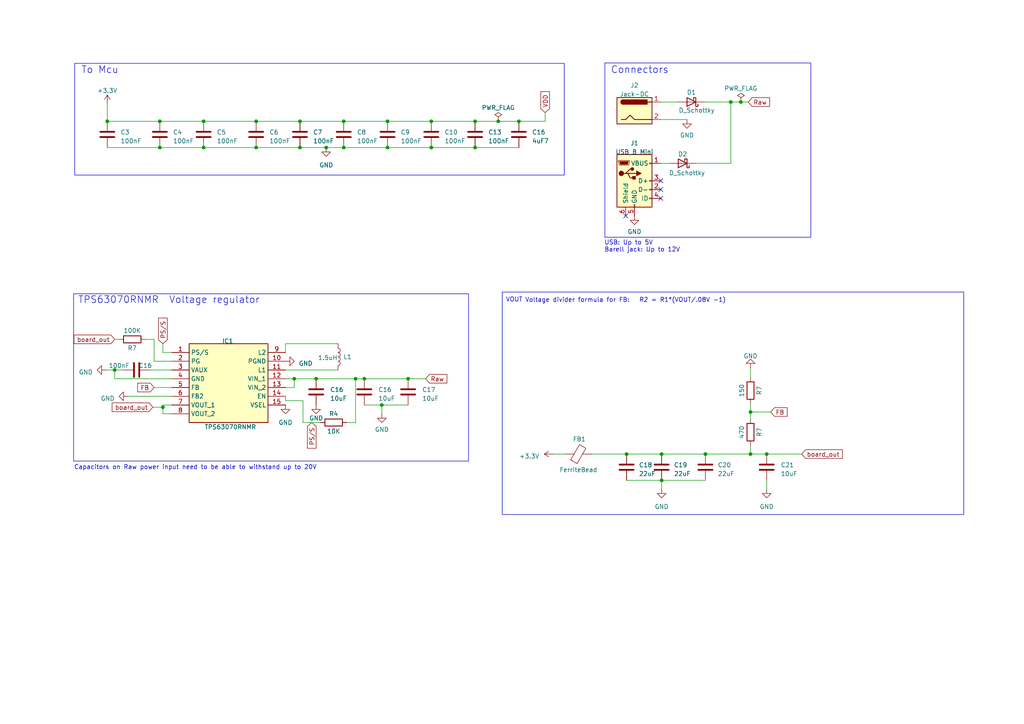
<source format=kicad_sch>
(kicad_sch (version 20230121) (generator eeschema)
  (paper "A4")
  (lib_symbols
    (symbol "Connector:Jack-DC" (pin_names (offset 1.016))
      (property "Reference" "J2" (at 0 7.366 0))
      (property "Value" "Jack-DC" (at 0 4.826 0))
      (symbol "Jack-DC_0_1"
        (rectangle (start -5.08 3.81) (end 5.08 -3.81) (stroke (width 0.254)) (fill (type background)))
        (arc (start -3.302 3.175) (mid -3.9343 2.54) (end -3.302 1.905) (stroke (width 0.254)))
        (arc (start -3.302 3.175) (mid -3.9343 2.54) (end -3.302 1.905) (stroke (width 0.254)) (fill (type outline)))
        (rectangle (start -3.302 3.175) (end 3.683 1.905) (stroke (width 0.254)) (fill (type outline)))
        (polyline (pts (xy 5.08 2.54) (xy 3.81 2.54)) (stroke (width 0.254)))
        (polyline (pts (xy -3.81 -2.54) (xy -2.54 -2.54) (xy -1.27 -1.27) (xy 0 -2.54) (xy 2.54 -2.54) (xy 5.08 -2.54)) (stroke (width 0.254)))
      )
      (symbol "Jack-DC_1_1"
        (pin power_out line (at 7.62 2.54 180) (length 2.54) (name "~") (number "1"))
        (pin passive line (at 7.62 -2.54 180) (length 2.54) (name "~") (number "2"))
      )
    )
    (symbol "Connector:USB_B_Mini" (pin_names (offset 1.016))
      (property "Reference" "J" (at -5.08 11.43 0))
      (property "Value" "USB_B_Mini" (at -5.08 8.89 0))
      (symbol "USB_B_Mini_0_1"
        (rectangle (start -5.08 -7.62) (end 5.08 7.62) (stroke (width 0.254)) (fill (type background)))
        (circle (center -3.81 2.159) (radius 0.635) (stroke (width 0.254)) (fill (type outline)))
        (circle (center -0.635 3.429) (radius 0.381) (stroke (width 0.254)) (fill (type outline)))
        (rectangle (start -0.127 -7.62) (end 0.127 -6.858))
        (polyline (pts (xy -1.905 2.159) (xy 0.635 2.159)) (stroke (width 0.254)))
        (polyline (pts (xy -3.175 2.159) (xy -2.54 2.159) (xy -1.27 3.429) (xy -0.635 3.429)) (stroke (width 0.254)))
        (polyline (pts (xy -2.54 2.159) (xy -1.905 2.159) (xy -1.27 0.889) (xy 0 0.889)) (stroke (width 0.254)))
        (polyline (pts (xy 0.635 2.794) (xy 0.635 1.524) (xy 1.905 2.159) (xy 0.635 2.794)) (stroke (width 0.254)) (fill (type outline)))
        (polyline (pts (xy -4.318 5.588) (xy -1.778 5.588) (xy -2.032 4.826) (xy -4.064 4.826) (xy -4.318 5.588)) (fill (type outline)))
        (polyline (pts (xy -4.699 5.842) (xy -4.699 5.588) (xy -4.445 4.826) (xy -4.445 4.572) (xy -1.651 4.572) (xy -1.651 4.826) (xy -1.397 5.588) (xy -1.397 5.842) (xy -4.699 5.842)))
        (rectangle (start 0.254 1.27) (end -0.508 0.508) (stroke (width 0.254)) (fill (type outline)))
        (rectangle (start 5.08 -5.207) (end 4.318 -4.953))
        (rectangle (start 5.08 -2.667) (end 4.318 -2.413))
        (rectangle (start 5.08 -0.127) (end 4.318 0.127))
        (rectangle (start 5.08 4.953) (end 4.318 5.207))
      )
      (symbol "USB_B_Mini_1_1"
        (pin power_out line (at 7.62 5.08 180) (length 2.54) (name "VBUS") (number "1"))
        (pin bidirectional line (at 7.62 -2.54 180) (length 2.54) (name "D-") (number "2"))
        (pin bidirectional line (at 7.62 0 180) (length 2.54) (name "D+") (number "3"))
        (pin passive line (at 7.62 -5.08 180) (length 2.54) (name "ID") (number "4"))
        (pin power_out line (at 0 -10.16 90) (length 2.54) (name "GND") (number "5"))
        (pin passive line (at -2.54 -10.16 90) (length 2.54) (name "Shield") (number "6"))
      )
    )
    (symbol "Device:C" (pin_numbers hide) (pin_names (offset 0.254))
      (property "Reference" "C" (at 0.635 2.54 0))
      (property "Value" "C" (at 0.635 -2.54 0))
      (symbol "C_0_1"
        (polyline (pts (xy -2.032 -0.762) (xy 2.032 -0.762)) (stroke (width 0.508)))
        (polyline (pts (xy -2.032 0.762) (xy 2.032 0.762)) (stroke (width 0.508)))
      )
      (symbol "C_1_1"
        (pin passive line (at 0 3.81 270) (length 2.794) (name "~") (number "1"))
        (pin passive line (at 0 -3.81 90) (length 2.794) (name "~") (number "2"))
      )
    )
    (symbol "Device:D_Schottky" (pin_numbers hide) (pin_names (offset 1.016) hide)
      (property "Reference" "D" (at 0 2.54 0))
      (property "Value" "D_Schottky" (at 0 -2.54 0))
      (symbol "D_Schottky_0_1"
        (polyline (pts (xy 1.27 0) (xy -1.27 0)))
        (polyline (pts (xy 1.27 1.27) (xy 1.27 -1.27) (xy -1.27 0) (xy 1.27 1.27)) (stroke (width 0.254)))
        (polyline (pts (xy -1.905 0.635) (xy -1.905 1.27) (xy -1.27 1.27) (xy -1.27 -1.27) (xy -0.635 -1.27) (xy -0.635 -0.635)) (stroke (width 0.254)))
      )
      (symbol "D_Schottky_1_1"
        (pin passive line (at -3.81 0 0) (length 2.54) (name "K") (number "1"))
        (pin passive line (at 3.81 0 180) (length 2.54) (name "A") (number "2"))
      )
    )
    (symbol "Device:FerriteBead" (pin_numbers hide) (pin_names (offset 0))
      (property "Reference" "FB" (at -3.81 0.635 90))
      (property "Value" "FerriteBead" (at 3.81 0 90))
      (symbol "FerriteBead_0_1"
        (polyline (pts (xy 0 -1.27) (xy 0 -1.2192)))
        (polyline (pts (xy 0 1.27) (xy 0 1.2954)))
        (polyline (pts (xy -2.7686 0.4064) (xy -1.7018 2.2606) (xy 2.7686 -0.3048) (xy 1.6764 -2.159) (xy -2.7686 0.4064)))
      )
      (symbol "FerriteBead_1_1"
        (pin passive line (at 0 3.81 270) (length 2.54) (name "~") (number "1"))
        (pin passive line (at 0 -3.81 90) (length 2.54) (name "~") (number "2"))
      )
    )
    (symbol "Device:L" (pin_numbers hide) (pin_names (offset 1.016) hide)
      (property "Reference" "L" (at -1.27 0 90))
      (property "Value" "L" (at 1.905 0 90))
      (symbol "L_0_1"
        (arc (start 0 -2.54) (mid 0.6323 -1.905) (end 0 -1.27))
        (arc (start 0 -1.27) (mid 0.6323 -0.635) (end 0 0))
        (arc (start 0 0) (mid 0.6323 0.635) (end 0 1.27))
        (arc (start 0 1.27) (mid 0.6323 1.905) (end 0 2.54))
      )
      (symbol "L_1_1"
        (pin passive line (at 0 3.81 270) (length 1.27) (name "1") (number "1"))
        (pin passive line (at 0 -3.81 90) (length 1.27) (name "2") (number "2"))
      )
    )
    (symbol "Device:R" (pin_numbers hide) (pin_names (offset 0))
      (property "Reference" "R" (at 2.032 0 90))
      (property "Value" "R" (at 0 0 90))
      (symbol "R_0_1"
        (rectangle (start -1.016 -2.54) (end 1.016 2.54) (stroke (width 0.254)))
      )
      (symbol "R_1_1"
        (pin passive line (at 0 3.81 270) (length 1.27) (name "~") (number "1"))
        (pin passive line (at 0 -3.81 90) (length 1.27) (name "~") (number "2"))
      )
    )
    (symbol "TPS63070RNMR:TPS63070RNMR"
      (property "Reference" "IC2" (at 16.256 3.302 0))
      (property "Value" "TPS63070RNMR" (at 17.018 -21.59 0))
      (symbol "TPS63070RNMR_1_1"
        (rectangle (start 5.08 2.54) (end 27.94 -20.32) (stroke (width 0.254)) (fill (type background)))
        (pin passive line (at 0 0 0) (length 5.08) (name "PS/S") (number "1"))
        (pin passive line (at 33.02 -2.54 180) (length 5.08) (name "PGND") (number "10"))
        (pin passive line (at 33.02 -5.08 180) (length 5.08) (name "L1") (number "11"))
        (pin passive line (at 33.02 -7.62 180) (length 5.08) (name "VIN_1") (number "12"))
        (pin passive line (at 33.02 -10.16 180) (length 5.08) (name "VIN_2") (number "13"))
        (pin passive line (at 33.02 -12.7 180) (length 5.08) (name "EN") (number "14"))
        (pin passive line (at 33.02 -15.24 180) (length 5.08) (name "VSEL") (number "15"))
        (pin passive line (at 0 -2.54 0) (length 5.08) (name "PG") (number "2"))
        (pin passive line (at 0 -5.08 0) (length 5.08) (name "VAUX") (number "3"))
        (pin passive line (at 0 -7.62 0) (length 5.08) (name "GND") (number "4"))
        (pin passive line (at 0 -10.16 0) (length 5.08) (name "FB") (number "5"))
        (pin passive line (at 0 -12.7 0) (length 5.08) (name "FB2") (number "6"))
        (pin power_out line (at 0 -15.24 0) (length 5.08) (name "VOUT_1") (number "7"))
        (pin power_in line (at 0 -17.78 0) (length 5.08) (name "VOUT_2") (number "8"))
        (pin passive line (at 33.02 0 180) (length 5.08) (name "L2") (number "9"))
      )
    )
    (symbol "power:+3.3V" (power) (pin_names (offset 0))
      (property "Value" "+3.3V" (at 0 3.556 0))
      (symbol "+3.3V_0_1"
        (polyline (pts (xy -0.762 1.27) (xy 0 2.54)))
        (polyline (pts (xy 0 0) (xy 0 2.54)))
        (polyline (pts (xy 0 2.54) (xy 0.762 1.27)))
      )
      (symbol "+3.3V_1_1"
        (pin power_in line (at 0 0 90) (length 0) hide (name "+3.3V") (number "1"))
      )
    )
    (symbol "power:GND" (power) (pin_names (offset 0))
      (property "Value" "GND" (at 0 -3.81 0))
      (symbol "GND_0_1"
        (polyline (pts (xy 0 0) (xy 0 -1.27) (xy 1.27 -1.27) (xy 0 -2.54) (xy -1.27 -1.27) (xy 0 -1.27)))
      )
      (symbol "GND_1_1"
        (pin power_in line (at 0 0 270) (length 0) hide (name "GND") (number "1"))
      )
    )
    (symbol "power:PWR_FLAG" (power) (pin_numbers hide) (pin_names (offset 0) hide)
      (property "Value" "PWR_FLAG" (at 0 3.81 0))
      (symbol "PWR_FLAG_0_0"
        (pin power_out line (at 0 0 90) (length 0) (name "pwr") (number "1"))
      )
      (symbol "PWR_FLAG_0_1"
        (polyline (pts (xy 0 0) (xy 0 1.27) (xy -1.016 1.905) (xy 0 2.54) (xy 1.016 1.905) (xy 0 1.27)))
      )
    )
  )
  (junction (at 86.995 35.179))
  (junction (at 191.897 131.699))
  (junction (at 118.364 109.855))
  (junction (at 144.526 35.179))
  (junction (at 91.694 109.855))
  (junction (at 103.124 109.855))
  (junction (at 217.678 119.507))
  (junction (at 74.295 42.799))
  (junction (at 217.678 131.699))
  (junction (at 125.095 35.179))
  (junction (at 74.295 35.179))
  (junction (at 86.995 42.799))
  (junction (at 181.737 131.699))
  (junction (at 59.055 42.799))
  (junction (at 137.795 35.179))
  (junction (at 222.377 131.699))
  (junction (at 214.884 29.591))
  (junction (at 110.744 117.475))
  (junction (at 85.344 109.855))
  (junction (at 150.495 35.179))
  (junction (at 46.355 35.179))
  (junction (at 112.395 35.179))
  (junction (at 105.664 109.855))
  (junction (at 137.795 42.799))
  (junction (at 99.695 42.799))
  (junction (at 33.274 107.315))
  (junction (at 204.597 131.699))
  (junction (at 94.615 42.799))
  (junction (at 191.897 139.319))
  (junction (at 31.115 35.179))
  (junction (at 112.395 42.799))
  (junction (at 46.355 42.799))
  (junction (at 99.695 35.179))
  (junction (at 47.244 118.11))
  (junction (at 125.095 42.799))
  (junction (at 59.055 35.179))
  (junction (at 211.963 29.591))
  (no_connect (at 191.643 54.991))
  (no_connect (at 191.643 57.531))
  (no_connect (at 191.643 52.451))
  (no_connect (at 181.483 62.611))
  (wire (pts (xy 82.804 116.205) (xy 82.804 114.935)))
  (wire (pts (xy 85.344 109.855) (xy 85.344 112.395)))
  (wire (pts (xy 86.995 35.179) (xy 99.695 35.179)))
  (wire (pts (xy 87.884 116.205) (xy 87.884 122.555)))
  (wire (pts (xy 118.364 109.855) (xy 123.444 109.855)))
  (wire (pts (xy 44.323 118.11) (xy 47.244 118.11)))
  (wire (pts (xy 110.744 117.475) (xy 118.364 117.475)))
  (wire (pts (xy 191.643 34.671) (xy 199.263 34.671)))
  (wire (pts (xy 222.377 139.319) (xy 222.377 141.859)))
  (wire (pts (xy 44.704 98.425) (xy 44.704 104.775)))
  (wire (pts (xy 211.963 47.371) (xy 211.963 29.591)))
  (wire (pts (xy 223.52 119.507) (xy 217.678 119.507)))
  (wire (pts (xy 217.678 109.474) (xy 217.678 106.68)))
  (wire (pts (xy 214.884 29.591) (xy 217.043 29.591)))
  (wire (pts (xy 44.704 104.775) (xy 49.784 104.775)))
  (wire (pts (xy 49.784 109.855) (xy 33.274 109.855)))
  (wire (pts (xy 125.095 35.179) (xy 137.795 35.179)))
  (wire (pts (xy 74.295 35.179) (xy 86.995 35.179)))
  (wire (pts (xy 217.678 119.507) (xy 217.678 121.539)))
  (wire (pts (xy 47.244 118.11) (xy 47.244 120.015)))
  (wire (pts (xy 201.803 47.371) (xy 211.963 47.371)))
  (wire (pts (xy 37.084 114.935) (xy 49.784 114.935)))
  (wire (pts (xy 82.804 116.205) (xy 87.884 116.205)))
  (wire (pts (xy 217.678 117.094) (xy 217.678 119.507)))
  (wire (pts (xy 191.643 29.591) (xy 196.723 29.591)))
  (wire (pts (xy 171.577 131.699) (xy 181.737 131.699)))
  (wire (pts (xy 33.274 107.315) (xy 35.814 107.315)))
  (wire (pts (xy 31.115 42.799) (xy 46.355 42.799)))
  (wire (pts (xy 82.804 109.855) (xy 85.344 109.855)))
  (wire (pts (xy 110.744 117.475) (xy 110.744 120.015)))
  (wire (pts (xy 59.055 42.799) (xy 74.295 42.799)))
  (wire (pts (xy 59.055 35.179) (xy 74.295 35.179)))
  (wire (pts (xy 91.694 109.855) (xy 103.124 109.855)))
  (wire (pts (xy 43.434 107.315) (xy 49.784 107.315)))
  (wire (pts (xy 103.124 122.555) (xy 103.124 109.855)))
  (wire (pts (xy 42.164 98.425) (xy 44.704 98.425)))
  (wire (pts (xy 181.737 139.319) (xy 191.897 139.319)))
  (wire (pts (xy 137.795 42.799) (xy 150.495 42.799)))
  (wire (pts (xy 217.678 131.699) (xy 222.377 131.699)))
  (wire (pts (xy 150.495 35.179) (xy 158.115 35.179)))
  (wire (pts (xy 49.784 117.475) (xy 47.244 117.475)))
  (wire (pts (xy 47.244 120.015) (xy 49.784 120.015)))
  (wire (pts (xy 94.615 42.799) (xy 99.695 42.799)))
  (wire (pts (xy 47.244 118.11) (xy 47.244 117.475)))
  (wire (pts (xy 31.115 30.099) (xy 31.115 35.179)))
  (wire (pts (xy 82.804 107.315) (xy 98.044 107.315)))
  (wire (pts (xy 181.737 131.699) (xy 191.897 131.699)))
  (wire (pts (xy 191.643 47.371) (xy 194.183 47.371)))
  (wire (pts (xy 217.678 129.159) (xy 217.678 131.699)))
  (wire (pts (xy 137.795 35.179) (xy 144.526 35.179)))
  (wire (pts (xy 112.395 35.179) (xy 125.095 35.179)))
  (wire (pts (xy 33.274 107.315) (xy 33.274 109.855)))
  (wire (pts (xy 47.244 99.695) (xy 47.244 102.235)))
  (wire (pts (xy 144.526 35.179) (xy 150.495 35.179)))
  (wire (pts (xy 191.897 139.319) (xy 191.897 141.859)))
  (wire (pts (xy 100.584 122.555) (xy 103.124 122.555)))
  (wire (pts (xy 158.115 32.639) (xy 158.115 35.179)))
  (wire (pts (xy 112.395 42.799) (xy 125.095 42.799)))
  (wire (pts (xy 160.401 131.699) (xy 163.957 131.699)))
  (wire (pts (xy 46.355 35.179) (xy 59.055 35.179)))
  (wire (pts (xy 125.095 42.799) (xy 137.795 42.799)))
  (wire (pts (xy 85.344 109.855) (xy 91.694 109.855)))
  (wire (pts (xy 222.377 131.699) (xy 232.537 131.699)))
  (wire (pts (xy 204.597 131.699) (xy 217.678 131.699)))
  (wire (pts (xy 86.995 42.799) (xy 94.615 42.799)))
  (wire (pts (xy 31.115 35.179) (xy 46.355 35.179)))
  (wire (pts (xy 87.884 122.555) (xy 92.964 122.555)))
  (wire (pts (xy 191.897 139.319) (xy 204.597 139.319)))
  (wire (pts (xy 82.804 99.695) (xy 82.804 102.235)))
  (wire (pts (xy 30.734 107.315) (xy 33.274 107.315)))
  (wire (pts (xy 105.664 117.475) (xy 110.744 117.475)))
  (wire (pts (xy 82.804 99.695) (xy 98.044 99.695)))
  (wire (pts (xy 33.274 98.425) (xy 34.544 98.425)))
  (wire (pts (xy 82.804 112.395) (xy 85.344 112.395)))
  (wire (pts (xy 99.695 42.799) (xy 112.395 42.799)))
  (wire (pts (xy 105.664 109.855) (xy 118.364 109.855)))
  (wire (pts (xy 211.963 29.591) (xy 214.884 29.591)))
  (wire (pts (xy 191.897 131.699) (xy 204.597 131.699)))
  (wire (pts (xy 47.244 102.235) (xy 49.784 102.235)))
  (wire (pts (xy 99.695 35.179) (xy 112.395 35.179)))
  (wire (pts (xy 204.343 29.591) (xy 211.963 29.591)))
  (wire (pts (xy 103.124 109.855) (xy 105.664 109.855)))
  (wire (pts (xy 44.704 112.395) (xy 49.784 112.395)))
  (wire (pts (xy 74.295 42.799) (xy 86.995 42.799)))
  (wire (pts (xy 46.355 42.799) (xy 59.055 42.799)))
  (rectangle (start 21.6662 18.3642) (end 163.6522 50.7746))
  (rectangle (start 175.4378 18.2626) (end 235.1786 68.8086))
  (rectangle (start 21.336 85.217) (end 135.89 133.731))
  (rectangle (start 145.669 84.709) (end 279.527 149.225))
  (text "USB: Up to 5V\nBarell jack: Up to 12V" (at 175.26 73.279 0) (effects (font (size 1.27 1.27)) (justify left bottom)))
  (text "Capacitors on Raw power input need to be able to withstand up to 20V\n\n" (at 21.463 138.43 0) (effects (font (size 1.27 1.27)) (justify left bottom)))
  (text "TPS63070RNMR  Voltage regulator" (at 22.606 88.265 0) (effects (font (size 2 2)) (justify left bottom)))
  (text "VOUT\n" (at 146.685 87.757 0) (effects (font (size 1.27 1.27)) (justify left bottom)))
  (text "To Mcu" (at 23.5458 21.5646 0) (effects (font (size 2 2)) (justify left bottom)))
  (text "Voltage divider formula for FB:   R2 = R1*(VOUT/.08V -1)\n" (at 152.273 87.884 0) (effects (font (size 1.27 1.27)) (justify left bottom)))
  (text "Connectors" (at 177.1142 21.5646 0) (effects (font (size 2 2)) (justify left bottom)))
  (global_label "FB" (shape input) (at 44.704 112.395 180) (property "Intersheetrefs" "${INTERSHEET_REFS}" (effects hide)))
  (global_label "Raw" (shape input) (at 123.444 109.855 0) (property "Intersheetrefs" "${INTERSHEET_REFS}" (effects hide)))
  (global_label "FB" (shape input) (at 223.52 119.507 0) (property "Intersheetrefs" "${INTERSHEET_REFS}" (effects hide)))
  (global_label "board_out" (shape input) (at 44.323 118.11 180) (property "Intersheetrefs" "${INTERSHEET_REFS}" (effects hide)))
  (global_label "Raw" (shape input) (at 217.043 29.591 0) (property "Intersheetrefs" "${INTERSHEET_REFS}" (effects hide)))
  (global_label "board_out" (shape input) (at 232.537 131.699 0) (property "Intersheetrefs" "${INTERSHEET_REFS}" (effects hide)))
  (global_label "VDD" (shape input) (at 158.115 32.639 90) (property "Intersheetrefs" "${INTERSHEET_REFS}" (effects hide)))
  (global_label "PS{slash}S" (shape input) (at 47.244 99.695 90) (property "Intersheetrefs" "${INTERSHEET_REFS}" (effects hide)))
  (global_label "board_out" (shape input) (at 33.274 98.425 180) (property "Intersheetrefs" "${INTERSHEET_REFS}" (effects hide)))
  (global_label "PS{slash}S" (shape input) (at 90.424 122.555 270) (property "Intersheetrefs" "${INTERSHEET_REFS}" (effects hide)))
  (symbol (lib_id "Device:C") (at 74.295 38.989 0) (unit 1)
    (property "Reference" "C6" (at 78.105 38.354 0) (effects (justify left)))
    (property "Value" "100nF" (at 78.105 40.894 0) (effects (justify left)))
    (instances (project "power_supply" (path "" (reference "C6") (unit 1)) (path "" (reference "C26") (unit 1)) (path "" (reference "C6") (unit 1))))
  )
  (symbol (lib_id "Device:C") (at 31.115 38.989 0) (unit 1)
    (property "Reference" "C3" (at 34.925 38.354 0) (effects (justify left)))
    (property "Value" "100nF" (at 34.925 40.894 0) (effects (justify left)))
    (instances (project "power_supply" (path "" (reference "C3") (unit 1)) (path "" (reference "C22") (unit 1)) (path "" (reference "C3") (unit 1))))
  )
  (symbol (lib_id "Connector:Jack-DC") (at 184.023 32.131 0) (unit 1)
    (property "Reference" "J2" (at 184.023 24.765 0))
    (property "Value" "Jack-DC" (at 184.023 27.305 0))
    (instances (project "power_supply" (path "" (reference "J2") (unit 1)) (path "" (reference "J1") (unit 1)) (path "" (reference "J1") (unit 1))))
  )
  (symbol (lib_id "Device:C") (at 39.624 107.315 90) (unit 1)
    (property "Reference" "C16" (at 42.164 106.045 90))
    (property "Value" "100nF" (at 34.544 106.045 90))
    (instances (project "power_supply" (path "" (reference "C16") (unit 1)) (path "" (reference "C2") (unit 1)) (path "" (reference "C17") (unit 1))))
  )
  (symbol (lib_id "Device:C") (at 86.995 38.989 0) (unit 1)
    (property "Reference" "C7" (at 90.805 38.354 0) (effects (justify left)))
    (property "Value" "100nF" (at 90.805 40.894 0) (effects (justify left)))
    (instances (project "power_supply" (path "" (reference "C7") (unit 1)) (path "" (reference "C28") (unit 1)) (path "" (reference "C7") (unit 1))))
  )
  (symbol (lib_id "Device:C") (at 91.694 113.665 0) (unit 1)
    (property "Reference" "C16" (at 95.758 113.03 0) (effects (justify left)))
    (property "Value" "10uF" (at 95.758 115.57 0) (effects (justify left)))
    (instances (project "power_supply" (path "" (reference "C16") (unit 1)) (path "" (reference "C1") (unit 1)) (path "" (reference "C18") (unit 1))))
  )
  (symbol (lib_id "power:GND") (at 37.084 114.935 270) (unit 1)
    (property "Reference" "#PWR021" (effects hide))
    (property "Value" "GND" (at 33.274 115.57 90) (effects (justify right)))
    (instances (project "power_supply" (path "" (reference "#PWR021") (unit 1)) (path "" (reference "#PWR029") (unit 1)) (path "" (reference "#PWR015") (unit 1))))
  )
  (symbol (lib_id "Device:R") (at 38.354 98.425 270) (unit 1)
    (property "Reference" "R7" (at 38.354 100.965 90))
    (property "Value" "100K" (at 38.354 95.885 90))
    (instances (project "power_supply" (path "" (reference "R7") (unit 1)) (path "" (reference "R10") (unit 1)) (path "" (reference "R2") (unit 1))))
  )
  (symbol (lib_id "power:PWR_FLAG") (at 214.884 29.591 0) (unit 1)
    (property "Reference" "#FLG01" (effects hide))
    (property "Value" "PWR_FLAG" (at 214.884 25.654 0))
  )
  (symbol (lib_id "Device:R") (at 217.678 113.284 0) (unit 1)
    (property "Reference" "R7" (at 220.218 113.284 90))
    (property "Value" "150" (at 215.138 113.284 90))
    (instances (project "power_supply" (path "" (reference "R7") (unit 1)) (path "" (reference "R10") (unit 1)) (path "" (reference "R4") (unit 1))))
  )
  (symbol (lib_id "Device:R") (at 96.774 122.555 90) (unit 1)
    (property "Reference" "R4" (at 96.774 120.015 90))
    (property "Value" "10K" (at 96.774 125.095 90))
    (instances (project "power_supply" (path "" (reference "R4") (unit 1)) (path "" (reference "R13") (unit 1)) (path "" (reference "R3") (unit 1))))
  )
  (symbol (lib_id "Device:D_Schottky") (at 200.533 29.591 180) (unit 1)
    (property "Reference" "D1" (at 200.533 26.797 0))
    (property "Value" "D_Schottky" (at 202.057 32.004 0))
    (instances (project "power_supply" (path "" (reference "D1") (unit 1)) (path "" (reference "D2") (unit 1))))
  )
  (symbol (lib_id "power:GND") (at 184.023 62.611 0) (unit 1)
    (property "Reference" "#PWR09" (effects hide))
    (property "Value" "GND" (at 184.023 67.183 0))
    (instances (project "power_supply" (path "" (reference "#PWR09") (unit 1)) (path "" (reference "#PWR09") (unit 1)) (path "" (reference "#PWR07") (unit 1))))
  )
  (symbol (lib_id "power:+3.3V") (at 31.115 30.099 0) (unit 1)
    (property "Reference" "#PWR027" (effects hide))
    (property "Value" "+3.3V" (at 31.115 26.289 0))
  )
  (symbol (lib_id "power:GND") (at 199.263 34.671 0) (unit 1)
    (property "Reference" "#PWR012" (effects hide))
    (property "Value" "GND" (at 199.263 39.243 0))
    (instances (project "power_supply" (path "" (reference "#PWR012") (unit 1)) (path "" (reference "#PWR012") (unit 1)) (path "" (reference "#PWR09") (unit 1))))
  )
  (symbol (lib_id "Device:C") (at 150.495 38.989 0) (unit 1)
    (property "Reference" "C16" (at 154.305 38.354 0) (effects (justify left)))
    (property "Value" "4uF7" (at 154.305 40.894 0) (effects (justify left)))
    (instances (project "power_supply" (path "" (reference "C16") (unit 1)) (path "" (reference "C37") (unit 1)) (path "" (reference "C16") (unit 1))))
  )
  (symbol (lib_id "power:GND") (at 30.734 107.315 270) (unit 1)
    (property "Reference" "#PWR019" (effects hide))
    (property "Value" "GND" (at 26.924 107.95 90) (effects (justify right)))
    (instances (project "power_supply" (path "" (reference "#PWR019") (unit 1)) (path "" (reference "#PWR028") (unit 1)) (path "" (reference "#PWR012") (unit 1))))
  )
  (symbol (lib_id "Device:C") (at 59.055 38.989 0) (unit 1)
    (property "Reference" "C5" (at 62.865 38.354 0) (effects (justify left)))
    (property "Value" "100nF" (at 62.865 40.894 0) (effects (justify left)))
    (instances (project "power_supply" (path "" (reference "C5") (unit 1)) (path "" (reference "C24") (unit 1)) (path "" (reference "C5") (unit 1))))
  )
  (symbol (lib_id "Device:C") (at 112.395 38.989 0) (unit 1)
    (property "Reference" "C9" (at 116.205 38.354 0) (effects (justify left)))
    (property "Value" "100nF" (at 116.205 40.894 0) (effects (justify left)))
    (instances (project "power_supply" (path "" (reference "C9") (unit 1)) (path "" (reference "C32") (unit 1)) (path "" (reference "C9") (unit 1))))
  )
  (symbol (lib_id "Device:L") (at 98.044 103.505 0) (unit 1)
    (property "Reference" "L1" (at 99.568 103.505 0) (effects (justify left)))
    (property "Value" "1.5uH" (at 92.202 103.759 0) (effects (justify left)))
    (instances (project "power_supply" (path "" (reference "L1") (unit 1)) (path "" (reference "L2") (unit 1)) (path "" (reference "L1") (unit 1))))
  )
  (symbol (lib_id "power:GND") (at 222.377 141.859 0) (unit 1)
    (property "Reference" "#PWR023" (effects hide))
    (property "Value" "GND" (at 222.377 146.939 0))
    (instances (project "power_supply" (path "" (reference "#PWR023") (unit 1)) (path "" (reference "#PWR035") (unit 1)) (path "" (reference "#PWR023") (unit 1))))
  )
  (symbol (lib_id "power:GND") (at 191.897 141.859 0) (unit 1)
    (property "Reference" "#PWR024" (effects hide))
    (property "Value" "GND" (at 191.897 146.939 0))
    (instances (project "power_supply" (path "" (reference "#PWR024") (unit 1)) (path "" (reference "#PWR031") (unit 1)) (path "" (reference "#PWR020") (unit 1))))
  )
  (symbol (lib_id "TPS63070RNMR:TPS63070RNMR") (at 49.784 102.235 0) (unit 1)
    (property "Reference" "IC1" (at 66.04 98.933 0))
    (property "Value" "TPS63070RNMR" (at 66.802 123.825 0))
    (property "Footprint" "Custom_eric:TPS630701RNMR" (effects hide))
    (property "Datasheet" "http://www.ti.com/lit/gpn/tps63070" (effects hide))
    (property "Mouser Part Number" "595-TPS63070RNMR" (effects hide))
    (property "Mouser Price/Stock" "https://www.mouser.co.uk/ProductDetail/Texas-Instruments/TPS63070RNMR?qs=LuYMPh7GGMS51GHntBDRnQ%3D%3D" (effects hide))
    (property "Manufacturer_Name" "Texas Instruments" (effects hide))
    (property "Manufacturer_Part_Number" "TPS63070RNMR" (effects hide))
    (instances (project "power_supply" (path "" (reference "IC1") (unit 1)) (path "" (reference "IC2") (unit 1)) (path "" (reference "IC3") (unit 1))))
  )
  (symbol (lib_id "power:GND") (at 94.615 42.799 0) (unit 1)
    (property "Reference" "#PWR07" (effects hide))
    (property "Value" "GND" (at 94.615 47.879 0))
    (instances (project "power_supply" (path "" (reference "#PWR07") (unit 1)) (path "" (reference "#PWR027") (unit 1)) (path "" (reference "#PWR01") (unit 1))))
  )
  (symbol (lib_id "power:GND") (at 82.804 117.475 0) (unit 1)
    (property "Reference" "#PWR018" (effects hide))
    (property "Value" "GND" (at 82.804 122.555 0))
    (instances (project "power_supply" (path "" (reference "#PWR018") (unit 1)) (path "" (reference "#PWR034") (unit 1)) (path "" (reference "#PWR017") (unit 1))))
  )
  (symbol (lib_id "Device:C") (at 125.095 38.989 0) (unit 1)
    (property "Reference" "C10" (at 128.905 38.354 0) (effects (justify left)))
    (property "Value" "100nF" (at 128.905 40.894 0) (effects (justify left)))
    (instances (project "power_supply" (path "" (reference "C10") (unit 1)) (path "" (reference "C33") (unit 1)) (path "" (reference "C10") (unit 1))))
  )
  (symbol (lib_id "power:GND") (at 82.804 104.775 90) (unit 1)
    (property "Reference" "#PWR014" (effects hide))
    (property "Value" "GND" (at 86.614 105.41 90) (effects (justify right)))
    (instances (project "power_supply" (path "" (reference "#PWR014") (unit 1)) (path "" (reference "#PWR032") (unit 1)) (path "" (reference "#PWR016") (unit 1))))
  )
  (symbol (lib_id "Device:C") (at 99.695 38.989 0) (unit 1)
    (property "Reference" "C8" (at 103.505 38.354 0) (effects (justify left)))
    (property "Value" "100nF" (at 103.505 40.894 0) (effects (justify left)))
    (instances (project "power_supply" (path "" (reference "C8") (unit 1)) (path "" (reference "C30") (unit 1)) (path "" (reference "C8") (unit 1))))
  )
  (symbol (lib_id "Device:C") (at 118.364 113.665 0) (unit 1)
    (property "Reference" "C17" (at 122.428 113.03 0) (effects (justify left)))
    (property "Value" "10uF" (at 122.428 115.57 0) (effects (justify left)))
    (instances (project "power_supply" (path "" (reference "C17") (unit 1)) (path "" (reference "C35") (unit 1)) (path "" (reference "C20") (unit 1))))
  )
  (symbol (lib_id "power:GND") (at 217.678 106.68 180) (unit 1)
    (property "Reference" "#PWR024" (effects hide))
    (property "Value" "GND" (at 217.678 103.251 0))
    (instances (project "power_supply" (path "" (reference "#PWR024") (unit 1)) (path "" (reference "#PWR031") (unit 1)) (path "" (reference "#PWR021") (unit 1))))
  )
  (symbol (lib_id "Device:D_Schottky") (at 197.993 47.371 180) (unit 1)
    (property "Reference" "D2" (at 197.993 44.704 0))
    (property "Value" "D_Schottky" (at 199.263 50.165 0))
    (instances (project "power_supply" (path "" (reference "D2") (unit 1)) (path "" (reference "D1") (unit 1))))
  )
  (symbol (lib_id "power:GND") (at 91.694 117.475 0) (unit 1)
    (property "Reference" "#PWR018" (effects hide))
    (property "Value" "GND" (at 91.694 121.285 0))
    (instances (project "power_supply" (path "" (reference "#PWR018") (unit 1)) (path "" (reference "#PWR014") (unit 1)) (path "" (reference "#PWR018") (unit 1))))
  )
  (symbol (lib_id "Device:C") (at 105.664 113.665 0) (unit 1)
    (property "Reference" "C16" (at 109.728 113.03 0) (effects (justify left)))
    (property "Value" "10uF" (at 109.728 115.57 0) (effects (justify left)))
    (instances (project "power_supply" (path "" (reference "C16") (unit 1)) (path "" (reference "C34") (unit 1)) (path "" (reference "C19") (unit 1))))
  )
  (symbol (lib_id "Device:R") (at 217.678 125.349 0) (unit 1)
    (property "Reference" "R7" (at 220.218 125.349 90))
    (property "Value" "470" (at 215.138 125.349 90))
    (instances (project "power_supply" (path "" (reference "R7") (unit 1)) (path "" (reference "R10") (unit 1)) (path "" (reference "R5") (unit 1))))
  )
  (symbol (lib_id "Device:FerriteBead") (at 167.767 131.699 90) (unit 1)
    (property "Reference" "FB1" (at 168.021 127.381 90))
    (property "Value" "FerriteBead" (at 167.767 136.271 90))
    (instances (project "power_supply" (path "" (reference "FB1") (unit 1)) (path "" (reference "FB2") (unit 1)) (path "" (reference "FB1") (unit 1))))
  )
  (symbol (lib_id "power:+3.3V") (at 160.401 131.699 90) (unit 1)
    (property "Reference" "#PWR026" (effects hide))
    (property "Value" "+3.3V" (at 156.464 132.334 90) (effects (justify left)))
  )
  (symbol (lib_id "Connector:USB_B_Mini") (at 184.023 52.451 0) (unit 1)
    (property "Reference" "J1" (at 184.023 41.529 0))
    (property "Value" "USB_B_Mini" (at 184.023 44.069 0))
    (property "Footprint" "Connector_USB:USB_Micro-B_Molex_47346-0001" (effects hide))
    (instances (project "power_supply" (path "" (reference "J1") (unit 1)) (path "" (reference "J2") (unit 1)) (path "" (reference "J2") (unit 1))))
  )
  (symbol (lib_id "Device:C") (at 222.377 135.509 0) (unit 1)
    (property "Reference" "C21" (at 226.441 134.874 0) (effects (justify left)))
    (property "Value" "10uF" (at 226.441 137.414 0) (effects (justify left)))
    (instances (project "power_supply" (path "" (reference "C21") (unit 1)) (path "" (reference "C31") (unit 1)) (path "" (reference "C24") (unit 1))))
  )
  (symbol (lib_id "Device:C") (at 137.795 38.989 0) (unit 1)
    (property "Reference" "C13" (at 141.605 38.354 0) (effects (justify left)))
    (property "Value" "100nF" (at 141.605 40.894 0) (effects (justify left)))
    (instances (project "power_supply" (path "" (reference "C13") (unit 1)) (path "" (reference "C36") (unit 1)) (path "" (reference "C13") (unit 1))))
  )
  (symbol (lib_id "power:PWR_FLAG") (at 144.526 35.179 0) (unit 1)
    (property "Reference" "#FLG02" (effects hide))
    (property "Value" "PWR_FLAG" (at 144.526 31.242 0))
  )
  (symbol (lib_id "power:GND") (at 110.744 120.015 0) (unit 1)
    (property "Reference" "#PWR017" (effects hide))
    (property "Value" "GND" (at 110.744 124.587 0))
    (instances (project "power_supply" (path "" (reference "#PWR017") (unit 1)) (path "" (reference "#PWR036") (unit 1)) (path "" (reference "#PWR019") (unit 1))))
  )
  (symbol (lib_id "Device:C") (at 46.355 38.989 0) (unit 1)
    (property "Reference" "C4" (at 50.165 38.354 0) (effects (justify left)))
    (property "Value" "100nF" (at 50.165 40.894 0) (effects (justify left)))
    (instances (project "power_supply" (path "" (reference "C4") (unit 1)) (path "" (reference "C23") (unit 1)) (path "" (reference "C4") (unit 1))))
  )
  (symbol (lib_id "Device:C") (at 204.597 135.509 0) (unit 1)
    (property "Reference" "C20" (at 208.153 134.874 0) (effects (justify left)))
    (property "Value" "22uF" (at 208.153 137.414 0) (effects (justify left)))
    (instances (project "power_supply" (path "" (reference "C20") (unit 1)) (path "" (reference "C29") (unit 1)) (path "" (reference "C23") (unit 1))))
  )
  (symbol (lib_id "Device:C") (at 191.897 135.509 0) (unit 1)
    (property "Reference" "C19" (at 195.453 134.874 0) (effects (justify left)))
    (property "Value" "22uF" (at 195.453 137.414 0) (effects (justify left)))
    (instances (project "power_supply" (path "" (reference "C19") (unit 1)) (path "" (reference "C27") (unit 1)) (path "" (reference "C22") (unit 1))))
  )
  (symbol (lib_id "Device:C") (at 181.737 135.509 0) (unit 1)
    (property "Reference" "C18" (at 185.293 134.874 0) (effects (justify left)))
    (property "Value" "22uF" (at 185.293 137.414 0) (effects (justify left)))
    (instances (project "power_supply" (path "" (reference "C18") (unit 1)) (path "" (reference "C25") (unit 1)) (path "" (reference "C21") (unit 1))))
  )
)
</source>
